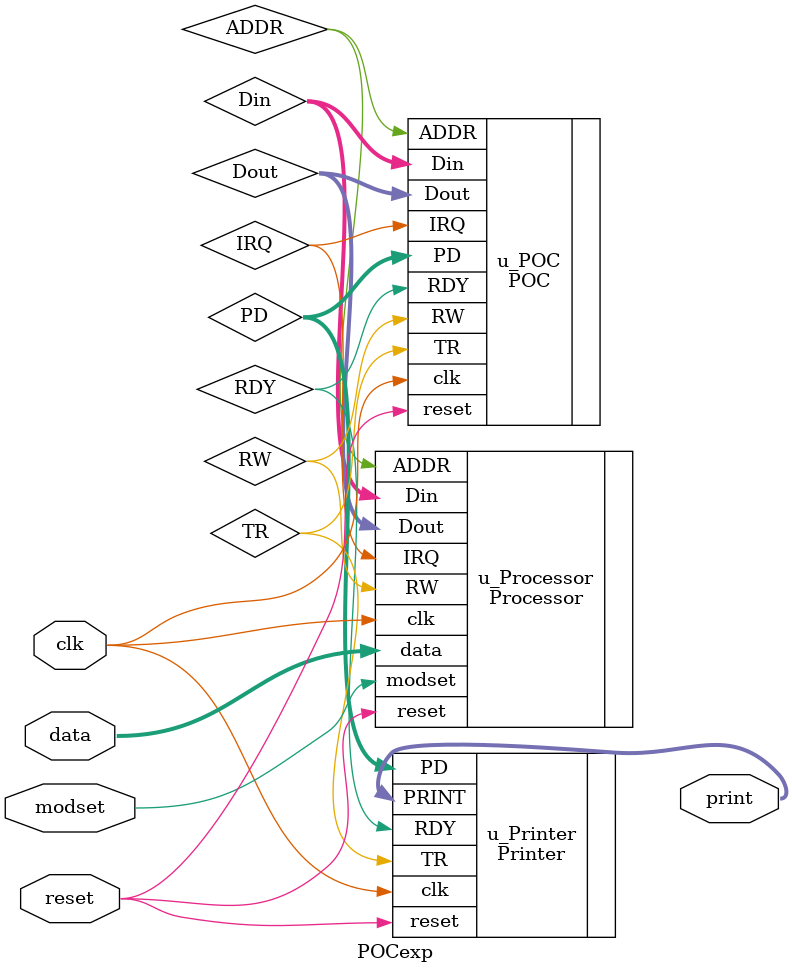
<source format=v>
`timescale 1ns / 1ps

module POCexp(
    input clk,
    input reset,
    input modset,
    input [7:0]data,
    output [7:0]print
   
    );
 
  
wire ADDR;
wire TR;
wire RW;
wire IRQ;
wire RDY;

wire [7:0]Din;
wire [7:0]Dout;
wire [7:0]PD;
 
    
Processor u_Processor(
    .ADDR(ADDR),//¿ØÖÆSR»¹ÊÇBR£¬1ÊÇBR
    .Dout(Dout[7:0]),
    .Din(Din[7:0]),
    .RW(RW),//¿ØÖÆ¶ÁÐ´£¬1ÊÇcpuÏòÍâÐ´
    .clk(clk),
    .IRQ(IRQ),//IRQÎª0´ú±íÖÐ¶ÏÇëÇó
    .reset(reset),
    .modset(modset),
    .data(data[7:0])

    );
    
POC u_POC(
    .clk(clk),
    .IRQ(IRQ),
    .RW(RW),
    .Din(Din[7:0]),
    .Dout(Dout[7:0]),
    .ADDR(ADDR),
    .RDY(RDY),
    .TR(TR),
    .PD(PD[7:0]),
    .reset(reset)

    );   
    
Printer u_Printer(
    .clk(clk),
    .TR(TR),
    .PD(PD[7:0]),
    .RDY(RDY),
    .PRINT(print[7:0]),
    .reset(reset)

    ); 
    
    
    
endmodule

</source>
